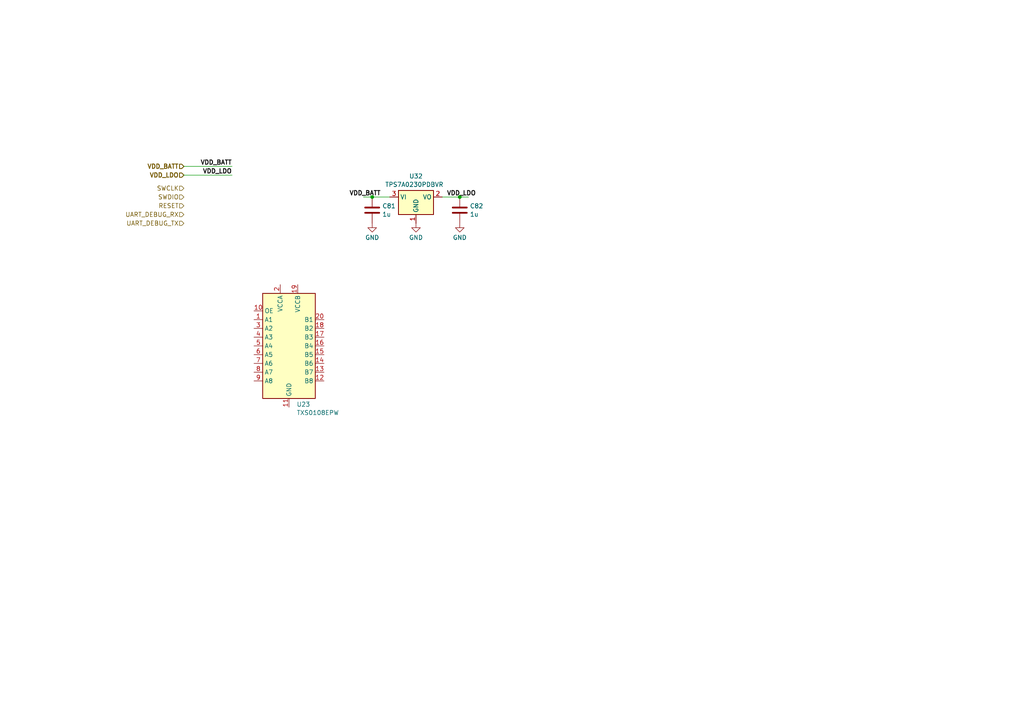
<source format=kicad_sch>
(kicad_sch (version 20230121) (generator eeschema)
  (paper "A4")
  (lib_symbols
    (symbol "Device:C" (pin_numbers hide) (pin_names (offset 0.254))
      (property "Reference" "C" (at 0.635 2.54 0))
      (property "Value" "C" (at 0.635 -2.54 0))
      (symbol "C_0_1"
        (polyline (pts (xy -2.032 -0.762) (xy 2.032 -0.762)) (stroke (width 0.508)))
        (polyline (pts (xy -2.032 0.762) (xy 2.032 0.762)) (stroke (width 0.508)))
      )
      (symbol "C_1_1"
        (pin passive line (at 0 3.81 270) (length 2.794) (name "~") (number "1"))
        (pin passive line (at 0 -3.81 90) (length 2.794) (name "~") (number "2"))
      )
    )
    (symbol "Logic_LevelTranslator:TXS0108EPW"
      (property "Reference" "U" (at -6.35 16.51 0))
      (property "Value" "TXS0108EPW" (at 3.81 16.51 0))
      (symbol "TXS0108EPW_0_1"
        (rectangle (start -7.62 15.24) (end 7.62 -15.24) (stroke (width 0.254)) (fill (type background)))
      )
      (symbol "TXS0108EPW_1_1"
        (pin bidirectional line (at -10.16 7.62 0) (length 2.54) (name "A1") (number "1"))
        (pin input line (at -10.16 10.16 0) (length 2.54) (name "OE") (number "10"))
        (pin power_in line (at 0 -17.78 90) (length 2.54) (name "GND") (number "11"))
        (pin bidirectional line (at 10.16 -10.16 180) (length 2.54) (name "B8") (number "12"))
        (pin bidirectional line (at 10.16 -7.62 180) (length 2.54) (name "B7") (number "13"))
        (pin bidirectional line (at 10.16 -5.08 180) (length 2.54) (name "B6") (number "14"))
        (pin bidirectional line (at 10.16 -2.54 180) (length 2.54) (name "B5") (number "15"))
        (pin bidirectional line (at 10.16 0 180) (length 2.54) (name "B4") (number "16"))
        (pin bidirectional line (at 10.16 2.54 180) (length 2.54) (name "B3") (number "17"))
        (pin bidirectional line (at 10.16 5.08 180) (length 2.54) (name "B2") (number "18"))
        (pin power_in line (at 2.54 17.78 270) (length 2.54) (name "VCCB") (number "19"))
        (pin power_in line (at -2.54 17.78 270) (length 2.54) (name "VCCA") (number "2"))
        (pin bidirectional line (at 10.16 7.62 180) (length 2.54) (name "B1") (number "20"))
        (pin bidirectional line (at -10.16 5.08 0) (length 2.54) (name "A2") (number "3"))
        (pin bidirectional line (at -10.16 2.54 0) (length 2.54) (name "A3") (number "4"))
        (pin bidirectional line (at -10.16 0 0) (length 2.54) (name "A4") (number "5"))
        (pin bidirectional line (at -10.16 -2.54 0) (length 2.54) (name "A5") (number "6"))
        (pin bidirectional line (at -10.16 -5.08 0) (length 2.54) (name "A6") (number "7"))
        (pin bidirectional line (at -10.16 -7.62 0) (length 2.54) (name "A7") (number "8"))
        (pin bidirectional line (at -10.16 -10.16 0) (length 2.54) (name "A8") (number "9"))
      )
    )
    (symbol "Regulator_Linear:MCP1754S-3302xCB"
      (property "Reference" "U" (at -3.81 3.175 0))
      (property "Value" "MCP1754S-3302xCB" (at -0.635 3.175 0))
      (symbol "MCP1754S-3302xCB_0_1"
        (rectangle (start -5.08 -5.08) (end 5.08 1.905) (stroke (width 0.254)) (fill (type background)))
      )
      (symbol "MCP1754S-3302xCB_1_1"
        (pin power_in line (at 0 -7.62 90) (length 2.54) (name "GND") (number "1"))
        (pin power_out line (at 7.62 0 180) (length 2.54) (name "VO") (number "2"))
        (pin power_in line (at -7.62 0 0) (length 2.54) (name "VI") (number "3"))
      )
    )
    (symbol "power:GND" (power) (pin_names (offset 0))
      (property "Value" "GND" (at 0 -3.81 0))
      (symbol "GND_0_1"
        (polyline (pts (xy 0 0) (xy 0 -1.27) (xy 1.27 -1.27) (xy 0 -2.54) (xy -1.27 -1.27) (xy 0 -1.27)))
      )
      (symbol "GND_1_1"
        (pin power_in line (at 0 0 270) (length 0) hide (name "GND") (number "1"))
      )
    )
  )
  (junction (at 133.35 57.15))
  (junction (at 107.95 57.15))
  (wire (pts (xy 53.34 50.8) (xy 67.31 50.8)))
  (wire (pts (xy 113.03 57.15) (xy 107.95 57.15)))
  (wire (pts (xy 53.34 48.26) (xy 67.31 48.26)))
  (wire (pts (xy 133.35 57.15) (xy 135.89 57.15)))
  (wire (pts (xy 107.95 57.15) (xy 105.41 57.15)))
  (wire (pts (xy 128.27 57.15) (xy 133.35 57.15)))
  (label "VDD_BATT" (at 110.49 57.15 180) (effects (font bold)))
  (label "VDD_LDO" (at 129.54 57.15 0) (effects (font bold)))
  (label "VDD_LDO" (at 67.31 50.8 180) (effects (font bold)))
  (label "VDD_BATT" (at 67.31 48.26 180) (effects (font bold)))
  (hierarchical_label "SWDIO" (shape input) (at 53.34 57.15 180))
  (hierarchical_label "SWCLK" (shape input) (at 53.34 54.61 180))
  (hierarchical_label "VDD_LDO" (shape input) (at 53.34 50.8 180) (effects (font bold)))
  (hierarchical_label "RESET" (shape input) (at 53.34 59.69 180))
  (hierarchical_label "VDD_BATT" (shape input) (at 53.34 48.26 180) (effects (font bold)))
  (hierarchical_label "UART_DEBUG_TX" (shape input) (at 53.34 64.77 180))
  (hierarchical_label "UART_DEBUG_RX" (shape input) (at 53.34 62.23 180))
  (symbol (lib_id "power:GND") (at 120.65 64.77 0) (unit 1)
    (property "Reference" "#PWR0138" (effects hide))
    (property "Value" "GND" (at 120.65 68.9031 0))
  )
  (symbol (lib_id "Device:C") (at 107.95 60.96 0) (unit 1)
    (property "Reference" "C81" (at 110.871 59.7479 0) (effects (justify left)))
    (property "Value" "1u" (at 110.871 62.1721 0) (effects (justify left)))
  )
  (symbol (lib_id "Device:C") (at 133.35 60.96 0) (unit 1)
    (property "Reference" "C82" (at 136.271 59.7479 0) (effects (justify left)))
    (property "Value" "1u" (at 136.271 62.1721 0) (effects (justify left)))
  )
  (symbol (lib_id "Logic_LevelTranslator:TXS0108EPW") (at 83.82 100.33 0) (unit 1)
    (property "Reference" "U23" (at 86.0141 117.2901 0) (effects (justify left)))
    (property "Value" "TXS0108EPW" (at 86.0141 119.7143 0) (effects (justify left)))
    (property "Footprint" "Package_SO:TSSOP-20_4.4x6.5mm_P0.65mm" (effects hide))
    (property "Datasheet" "www.ti.com/lit/ds/symlink/txs0108e.pdf" (effects hide))
  )
  (symbol (lib_id "power:GND") (at 133.35 64.77 0) (unit 1)
    (property "Reference" "#PWR0139" (effects hide))
    (property "Value" "GND" (at 133.35 68.9031 0))
  )
  (symbol (lib_id "Regulator_Linear:MCP1754S-3302xCB") (at 120.65 57.15 0) (unit 1)
    (property "Reference" "U32" (at 120.65 51.1007 0))
    (property "Value" "TPS7A0230PDBVR " (at 120.65 53.5249 0))
    (property "Footprint" "Package_TO_SOT_SMD:SOT-23" (effects hide))
    (property "Datasheet" "http://ww1.microchip.com/downloads/en/DeviceDoc/20002276C.pdf" (effects hide))
  )
  (symbol (lib_id "power:GND") (at 107.95 64.77 0) (unit 1)
    (property "Reference" "#PWR0137" (effects hide))
    (property "Value" "GND" (at 107.95 68.9031 0))
  )
)
</source>
